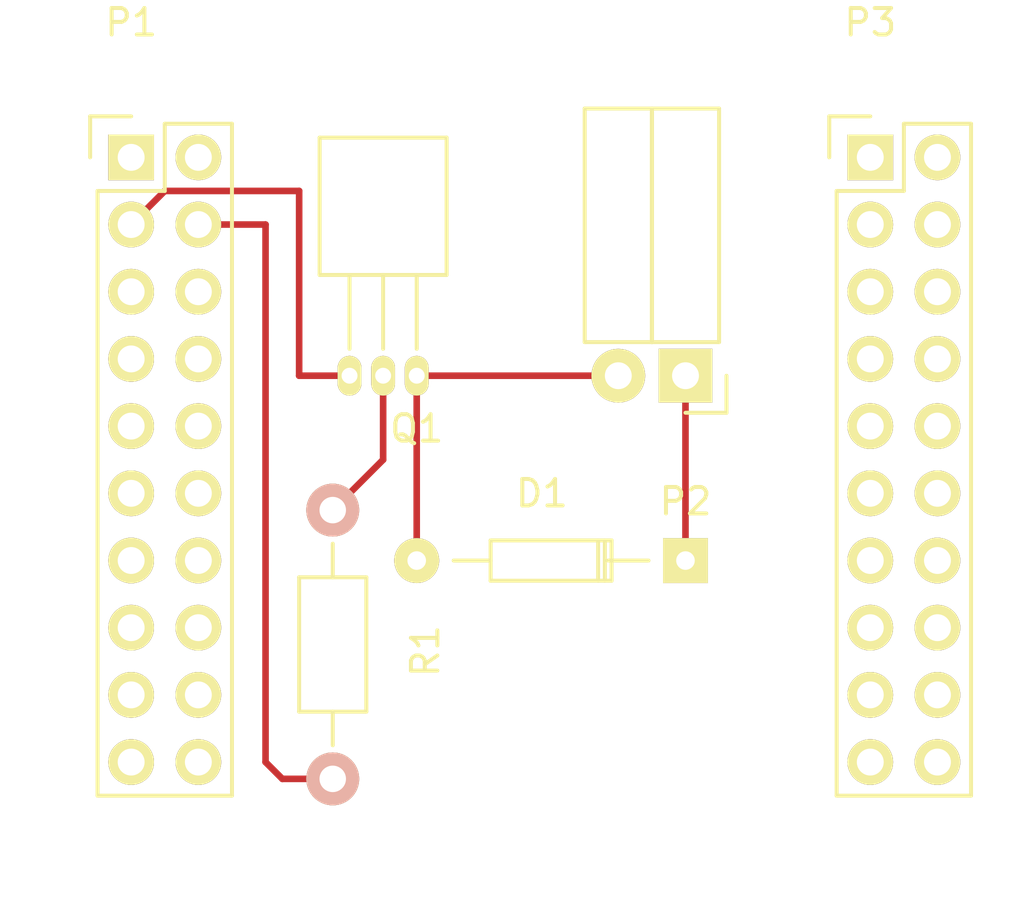
<source format=kicad_pcb>
(kicad_pcb (version 4) (host pcbnew 0.201509071501+6164~29~ubuntu14.04.1-product)

  (general
    (links 6)
    (no_connects 0)
    (area 137.131667 71.245 175.995001 106.145001)
    (thickness 1.6)
    (drawings 4)
    (tracks 15)
    (zones 0)
    (modules 6)
    (nets 44)
  )

  (page A4)
  (layers
    (0 F.Cu signal)
    (31 B.Cu signal)
    (32 B.Adhes user)
    (33 F.Adhes user)
    (34 B.Paste user)
    (35 F.Paste user)
    (36 B.SilkS user)
    (37 F.SilkS user)
    (38 B.Mask user)
    (39 F.Mask user)
    (40 Dwgs.User user)
    (41 Cmts.User user)
    (42 Eco1.User user)
    (43 Eco2.User user)
    (44 Edge.Cuts user)
    (45 Margin user)
    (46 B.CrtYd user)
    (47 F.CrtYd user)
    (48 B.Fab user)
    (49 F.Fab user)
  )

  (setup
    (last_trace_width 0.25)
    (trace_clearance 0.2)
    (zone_clearance 0.508)
    (zone_45_only no)
    (trace_min 0.2)
    (segment_width 0.2)
    (edge_width 0.15)
    (via_size 0.6)
    (via_drill 0.4)
    (via_min_size 0.4)
    (via_min_drill 0.3)
    (uvia_size 0.3)
    (uvia_drill 0.1)
    (uvias_allowed no)
    (uvia_min_size 0.2)
    (uvia_min_drill 0.1)
    (pcb_text_width 0.3)
    (pcb_text_size 1.5 1.5)
    (mod_edge_width 0.15)
    (mod_text_size 1 1)
    (mod_text_width 0.15)
    (pad_size 1.524 1.524)
    (pad_drill 0.762)
    (pad_to_mask_clearance 0.2)
    (aux_axis_origin 0 0)
    (visible_elements 7FFFFFFF)
    (pcbplotparams
      (layerselection 0x00030_80000001)
      (usegerberextensions false)
      (excludeedgelayer true)
      (linewidth 0.100000)
      (plotframeref false)
      (viasonmask false)
      (mode 1)
      (useauxorigin false)
      (hpglpennumber 1)
      (hpglpenspeed 20)
      (hpglpendiameter 15)
      (hpglpenoverlay 2)
      (psnegative false)
      (psa4output false)
      (plotreference true)
      (plotvalue true)
      (plotinvisibletext false)
      (padsonsilk false)
      (subtractmaskfromsilk false)
      (outputformat 1)
      (mirror false)
      (drillshape 1)
      (scaleselection 1)
      (outputdirectory ""))
  )

  (net 0 "")
  (net 1 "Net-(D1-Pad2)")
  (net 2 +5V)
  (net 3 "Net-(P1-Pad1)")
  (net 4 "Net-(P1-Pad2)")
  (net 5 /GND)
  (net 6 /PB5)
  (net 7 "Net-(P1-Pad5)")
  (net 8 "Net-(P1-Pad6)")
  (net 9 "Net-(P1-Pad7)")
  (net 10 "Net-(P1-Pad8)")
  (net 11 "Net-(P1-Pad9)")
  (net 12 "Net-(P1-Pad10)")
  (net 13 "Net-(P1-Pad11)")
  (net 14 "Net-(P1-Pad12)")
  (net 15 "Net-(P1-Pad13)")
  (net 16 "Net-(P1-Pad14)")
  (net 17 "Net-(P1-Pad15)")
  (net 18 "Net-(P1-Pad16)")
  (net 19 "Net-(P1-Pad17)")
  (net 20 "Net-(P1-Pad18)")
  (net 21 "Net-(P1-Pad19)")
  (net 22 "Net-(P1-Pad20)")
  (net 23 "Net-(Q1-Pad2)")
  (net 24 "Net-(P3-Pad1)")
  (net 25 "Net-(P3-Pad2)")
  (net 26 "Net-(P3-Pad3)")
  (net 27 "Net-(P3-Pad4)")
  (net 28 "Net-(P3-Pad5)")
  (net 29 "Net-(P3-Pad6)")
  (net 30 "Net-(P3-Pad7)")
  (net 31 "Net-(P3-Pad8)")
  (net 32 "Net-(P3-Pad9)")
  (net 33 "Net-(P3-Pad10)")
  (net 34 "Net-(P3-Pad11)")
  (net 35 "Net-(P3-Pad12)")
  (net 36 "Net-(P3-Pad13)")
  (net 37 "Net-(P3-Pad14)")
  (net 38 "Net-(P3-Pad15)")
  (net 39 "Net-(P3-Pad16)")
  (net 40 "Net-(P3-Pad17)")
  (net 41 "Net-(P3-Pad18)")
  (net 42 "Net-(P3-Pad19)")
  (net 43 "Net-(P3-Pad20)")

  (net_class Default "This is the default net class."
    (clearance 0.2)
    (trace_width 0.25)
    (via_dia 0.6)
    (via_drill 0.4)
    (uvia_dia 0.3)
    (uvia_drill 0.1)
    (add_net +5V)
    (add_net /GND)
    (add_net /PB5)
    (add_net "Net-(D1-Pad2)")
    (add_net "Net-(P1-Pad1)")
    (add_net "Net-(P1-Pad10)")
    (add_net "Net-(P1-Pad11)")
    (add_net "Net-(P1-Pad12)")
    (add_net "Net-(P1-Pad13)")
    (add_net "Net-(P1-Pad14)")
    (add_net "Net-(P1-Pad15)")
    (add_net "Net-(P1-Pad16)")
    (add_net "Net-(P1-Pad17)")
    (add_net "Net-(P1-Pad18)")
    (add_net "Net-(P1-Pad19)")
    (add_net "Net-(P1-Pad2)")
    (add_net "Net-(P1-Pad20)")
    (add_net "Net-(P1-Pad5)")
    (add_net "Net-(P1-Pad6)")
    (add_net "Net-(P1-Pad7)")
    (add_net "Net-(P1-Pad8)")
    (add_net "Net-(P1-Pad9)")
    (add_net "Net-(P3-Pad1)")
    (add_net "Net-(P3-Pad10)")
    (add_net "Net-(P3-Pad11)")
    (add_net "Net-(P3-Pad12)")
    (add_net "Net-(P3-Pad13)")
    (add_net "Net-(P3-Pad14)")
    (add_net "Net-(P3-Pad15)")
    (add_net "Net-(P3-Pad16)")
    (add_net "Net-(P3-Pad17)")
    (add_net "Net-(P3-Pad18)")
    (add_net "Net-(P3-Pad19)")
    (add_net "Net-(P3-Pad2)")
    (add_net "Net-(P3-Pad20)")
    (add_net "Net-(P3-Pad3)")
    (add_net "Net-(P3-Pad4)")
    (add_net "Net-(P3-Pad5)")
    (add_net "Net-(P3-Pad6)")
    (add_net "Net-(P3-Pad7)")
    (add_net "Net-(P3-Pad8)")
    (add_net "Net-(P3-Pad9)")
    (add_net "Net-(Q1-Pad2)")
  )

  (module Diodes_ThroughHole:Diode_DO-35_SOD27_Horizontal_RM10 (layer F.Cu) (tedit 552FFC30) (tstamp 55F09B4C)
    (at 163.195 92.71 180)
    (descr "Diode, DO-35,  SOD27, Horizontal, RM 10mm")
    (tags "Diode, DO-35, SOD27, Horizontal, RM 10mm, 1N4148,")
    (path /55EE67DC)
    (fp_text reference D1 (at 5.43052 2.53746 180) (layer F.SilkS)
      (effects (font (size 1 1) (thickness 0.15)))
    )
    (fp_text value D (at 4.41452 -3.55854 180) (layer F.Fab)
      (effects (font (size 1 1) (thickness 0.15)))
    )
    (fp_line (start 7.36652 -0.00254) (end 8.76352 -0.00254) (layer F.SilkS) (width 0.15))
    (fp_line (start 2.92152 -0.00254) (end 1.39752 -0.00254) (layer F.SilkS) (width 0.15))
    (fp_line (start 3.30252 -0.76454) (end 3.30252 0.75946) (layer F.SilkS) (width 0.15))
    (fp_line (start 3.04852 -0.76454) (end 3.04852 0.75946) (layer F.SilkS) (width 0.15))
    (fp_line (start 2.79452 -0.00254) (end 2.79452 0.75946) (layer F.SilkS) (width 0.15))
    (fp_line (start 2.79452 0.75946) (end 7.36652 0.75946) (layer F.SilkS) (width 0.15))
    (fp_line (start 7.36652 0.75946) (end 7.36652 -0.76454) (layer F.SilkS) (width 0.15))
    (fp_line (start 7.36652 -0.76454) (end 2.79452 -0.76454) (layer F.SilkS) (width 0.15))
    (fp_line (start 2.79452 -0.76454) (end 2.79452 -0.00254) (layer F.SilkS) (width 0.15))
    (pad 2 thru_hole circle (at 10.16052 -0.00254) (size 1.69926 1.69926) (drill 0.70104) (layers *.Cu *.Mask F.SilkS)
      (net 1 "Net-(D1-Pad2)"))
    (pad 1 thru_hole rect (at 0.00052 -0.00254) (size 1.69926 1.69926) (drill 0.70104) (layers *.Cu *.Mask F.SilkS)
      (net 2 +5V))
    (model Diodes_ThroughHole.3dshapes/Diode_DO-35_SOD27_Horizontal_RM10.wrl
      (at (xyz 0.2 0 0))
      (scale (xyz 0.4 0.4 0.4))
      (rotate (xyz 0 0 180))
    )
  )

  (module Pin_Headers:Pin_Header_Straight_2x10 (layer F.Cu) (tedit 0) (tstamp 55F1DE53)
    (at 142.24 77.47)
    (descr "Through hole pin header")
    (tags "pin header")
    (path /55EE6DF8)
    (fp_text reference P1 (at 0 -5.1) (layer F.SilkS)
      (effects (font (size 1 1) (thickness 0.15)))
    )
    (fp_text value CONN_02X10 (at 0 -3.1) (layer F.Fab)
      (effects (font (size 1 1) (thickness 0.15)))
    )
    (fp_line (start -1.75 -1.75) (end -1.75 24.65) (layer F.CrtYd) (width 0.05))
    (fp_line (start 4.3 -1.75) (end 4.3 24.65) (layer F.CrtYd) (width 0.05))
    (fp_line (start -1.75 -1.75) (end 4.3 -1.75) (layer F.CrtYd) (width 0.05))
    (fp_line (start -1.75 24.65) (end 4.3 24.65) (layer F.CrtYd) (width 0.05))
    (fp_line (start 3.81 24.13) (end 3.81 -1.27) (layer F.SilkS) (width 0.15))
    (fp_line (start -1.27 1.27) (end -1.27 24.13) (layer F.SilkS) (width 0.15))
    (fp_line (start 3.81 24.13) (end -1.27 24.13) (layer F.SilkS) (width 0.15))
    (fp_line (start 3.81 -1.27) (end 1.27 -1.27) (layer F.SilkS) (width 0.15))
    (fp_line (start 0 -1.55) (end -1.55 -1.55) (layer F.SilkS) (width 0.15))
    (fp_line (start 1.27 -1.27) (end 1.27 1.27) (layer F.SilkS) (width 0.15))
    (fp_line (start 1.27 1.27) (end -1.27 1.27) (layer F.SilkS) (width 0.15))
    (fp_line (start -1.55 -1.55) (end -1.55 0) (layer F.SilkS) (width 0.15))
    (pad 1 thru_hole rect (at 0 0) (size 1.7272 1.7272) (drill 1.016) (layers *.Cu *.Mask F.SilkS)
      (net 3 "Net-(P1-Pad1)"))
    (pad 2 thru_hole oval (at 2.54 0) (size 1.7272 1.7272) (drill 1.016) (layers *.Cu *.Mask F.SilkS)
      (net 4 "Net-(P1-Pad2)"))
    (pad 3 thru_hole oval (at 0 2.54) (size 1.7272 1.7272) (drill 1.016) (layers *.Cu *.Mask F.SilkS)
      (net 5 /GND))
    (pad 4 thru_hole oval (at 2.54 2.54) (size 1.7272 1.7272) (drill 1.016) (layers *.Cu *.Mask F.SilkS)
      (net 6 /PB5))
    (pad 5 thru_hole oval (at 0 5.08) (size 1.7272 1.7272) (drill 1.016) (layers *.Cu *.Mask F.SilkS)
      (net 7 "Net-(P1-Pad5)"))
    (pad 6 thru_hole oval (at 2.54 5.08) (size 1.7272 1.7272) (drill 1.016) (layers *.Cu *.Mask F.SilkS)
      (net 8 "Net-(P1-Pad6)"))
    (pad 7 thru_hole oval (at 0 7.62) (size 1.7272 1.7272) (drill 1.016) (layers *.Cu *.Mask F.SilkS)
      (net 9 "Net-(P1-Pad7)"))
    (pad 8 thru_hole oval (at 2.54 7.62) (size 1.7272 1.7272) (drill 1.016) (layers *.Cu *.Mask F.SilkS)
      (net 10 "Net-(P1-Pad8)"))
    (pad 9 thru_hole oval (at 0 10.16) (size 1.7272 1.7272) (drill 1.016) (layers *.Cu *.Mask F.SilkS)
      (net 11 "Net-(P1-Pad9)"))
    (pad 10 thru_hole oval (at 2.54 10.16) (size 1.7272 1.7272) (drill 1.016) (layers *.Cu *.Mask F.SilkS)
      (net 12 "Net-(P1-Pad10)"))
    (pad 11 thru_hole oval (at 0 12.7) (size 1.7272 1.7272) (drill 1.016) (layers *.Cu *.Mask F.SilkS)
      (net 13 "Net-(P1-Pad11)"))
    (pad 12 thru_hole oval (at 2.54 12.7) (size 1.7272 1.7272) (drill 1.016) (layers *.Cu *.Mask F.SilkS)
      (net 14 "Net-(P1-Pad12)"))
    (pad 13 thru_hole oval (at 0 15.24) (size 1.7272 1.7272) (drill 1.016) (layers *.Cu *.Mask F.SilkS)
      (net 15 "Net-(P1-Pad13)"))
    (pad 14 thru_hole oval (at 2.54 15.24) (size 1.7272 1.7272) (drill 1.016) (layers *.Cu *.Mask F.SilkS)
      (net 16 "Net-(P1-Pad14)"))
    (pad 15 thru_hole oval (at 0 17.78) (size 1.7272 1.7272) (drill 1.016) (layers *.Cu *.Mask F.SilkS)
      (net 17 "Net-(P1-Pad15)"))
    (pad 16 thru_hole oval (at 2.54 17.78) (size 1.7272 1.7272) (drill 1.016) (layers *.Cu *.Mask F.SilkS)
      (net 18 "Net-(P1-Pad16)"))
    (pad 17 thru_hole oval (at 0 20.32) (size 1.7272 1.7272) (drill 1.016) (layers *.Cu *.Mask F.SilkS)
      (net 19 "Net-(P1-Pad17)"))
    (pad 18 thru_hole oval (at 2.54 20.32) (size 1.7272 1.7272) (drill 1.016) (layers *.Cu *.Mask F.SilkS)
      (net 20 "Net-(P1-Pad18)"))
    (pad 19 thru_hole oval (at 0 22.86) (size 1.7272 1.7272) (drill 1.016) (layers *.Cu *.Mask F.SilkS)
      (net 21 "Net-(P1-Pad19)"))
    (pad 20 thru_hole oval (at 2.54 22.86) (size 1.7272 1.7272) (drill 1.016) (layers *.Cu *.Mask F.SilkS)
      (net 22 "Net-(P1-Pad20)"))
    (model Pin_Headers.3dshapes/Pin_Header_Straight_2x10.wrl
      (at (xyz 0.05 -0.45 0))
      (scale (xyz 1 1 1))
      (rotate (xyz 0 0 90))
    )
  )

  (module Socket_Strips:Socket_Strip_Angled_1x02 (layer F.Cu) (tedit 0) (tstamp 55F1DE67)
    (at 163.195 85.725 180)
    (descr "Through hole socket strip")
    (tags "socket strip")
    (path /55EE6FF1)
    (fp_text reference P2 (at 0 -4.75 180) (layer F.SilkS)
      (effects (font (size 1 1) (thickness 0.15)))
    )
    (fp_text value CONN_01X02 (at 0 -2.75 180) (layer F.Fab)
      (effects (font (size 1 1) (thickness 0.15)))
    )
    (fp_line (start -1.75 -1.5) (end -1.75 10.6) (layer F.CrtYd) (width 0.05))
    (fp_line (start 4.3 -1.5) (end 4.3 10.6) (layer F.CrtYd) (width 0.05))
    (fp_line (start -1.75 -1.5) (end 4.3 -1.5) (layer F.CrtYd) (width 0.05))
    (fp_line (start -1.75 10.6) (end 4.3 10.6) (layer F.CrtYd) (width 0.05))
    (fp_line (start 3.81 10.1) (end 3.81 1.27) (layer F.SilkS) (width 0.15))
    (fp_line (start 1.27 10.1) (end 3.81 10.1) (layer F.SilkS) (width 0.15))
    (fp_line (start 1.27 1.27) (end 1.27 10.1) (layer F.SilkS) (width 0.15))
    (fp_line (start 1.27 1.27) (end 3.81 1.27) (layer F.SilkS) (width 0.15))
    (fp_line (start -1.27 1.27) (end 1.27 1.27) (layer F.SilkS) (width 0.15))
    (fp_line (start 0 -1.4) (end -1.55 -1.4) (layer F.SilkS) (width 0.15))
    (fp_line (start -1.55 -1.4) (end -1.55 0) (layer F.SilkS) (width 0.15))
    (fp_line (start -1.27 1.27) (end -1.27 10.1) (layer F.SilkS) (width 0.15))
    (fp_line (start -1.27 10.1) (end 1.27 10.1) (layer F.SilkS) (width 0.15))
    (fp_line (start 1.27 10.1) (end 1.27 1.27) (layer F.SilkS) (width 0.15))
    (pad 1 thru_hole rect (at 0 0 180) (size 2.032 2.032) (drill 1.016) (layers *.Cu *.Mask F.SilkS)
      (net 2 +5V))
    (pad 2 thru_hole oval (at 2.54 0 180) (size 2.032 2.032) (drill 1.016) (layers *.Cu *.Mask F.SilkS)
      (net 1 "Net-(D1-Pad2)"))
    (model Socket_Strips.3dshapes/Socket_Strip_Angled_1x02.wrl
      (at (xyz 0.05 0 0))
      (scale (xyz 1 1 1))
      (rotate (xyz 0 0 180))
    )
  )

  (module TO_SOT_Packages_THT:TO-92_Horizontal1_Inline_Narrow_Oval (layer F.Cu) (tedit 54F2408C) (tstamp 55F1DE79)
    (at 153.035 85.725 180)
    (descr "TO-92 horizontal, leads in-line, narrow, oval pads, drill 0.6mm (see NXP sot054_po.pdf)")
    (tags "to-92 sc-43 sc-43a sot54 PA33 transistor")
    (path /55F0A59A)
    (fp_text reference Q1 (at 0 -2 360) (layer F.SilkS)
      (effects (font (size 1 1) (thickness 0.15)))
    )
    (fp_text value BC414C (at 0 11 360) (layer F.Fab)
      (effects (font (size 1 1) (thickness 0.15)))
    )
    (fp_line (start 0 1.016) (end 0 3.81) (layer F.SilkS) (width 0.15))
    (fp_line (start 1.27 1.016) (end 1.27 3.81) (layer F.SilkS) (width 0.15))
    (fp_line (start 2.54 1.016) (end 2.54 3.81) (layer F.SilkS) (width 0.15))
    (fp_line (start -1.13 3.81) (end 3.67 3.81) (layer F.SilkS) (width 0.15))
    (fp_line (start 3.67 3.81) (end 3.67 9) (layer F.SilkS) (width 0.15))
    (fp_line (start 3.67 9) (end -1.13 9) (layer F.SilkS) (width 0.15))
    (fp_line (start -1.13 9) (end -1.13 3.81) (layer F.SilkS) (width 0.15))
    (fp_line (start -1.4 9.25) (end -1.4 -1) (layer F.CrtYd) (width 0.05))
    (fp_line (start -1.4 9.25) (end 3.95 9.25) (layer F.CrtYd) (width 0.05))
    (fp_line (start 3.95 9.25) (end 3.95 -1) (layer F.CrtYd) (width 0.05))
    (fp_line (start -1.4 -1) (end 3.95 -1) (layer F.CrtYd) (width 0.05))
    (pad 2 thru_hole oval (at 1.27 0) (size 0.89916 1.50114) (drill 0.6) (layers *.Cu *.Mask F.SilkS)
      (net 23 "Net-(Q1-Pad2)"))
    (pad 3 thru_hole oval (at 2.54 0) (size 0.89916 1.50114) (drill 0.6) (layers *.Cu *.Mask F.SilkS)
      (net 5 /GND))
    (pad 1 thru_hole oval (at 0 0) (size 0.89916 1.50114) (drill 0.6) (layers *.Cu *.Mask F.SilkS)
      (net 1 "Net-(D1-Pad2)"))
    (model TO_SOT_Packages_THT.3dshapes/TO-92_Horizontal1_Inline_Narrow_Oval.wrl
      (at (xyz 0.05 0 0))
      (scale (xyz 1 1 1))
      (rotate (xyz 0 0 -90))
    )
  )

  (module Resistors_ThroughHole:Resistor_Horizontal_RM10mm (layer F.Cu) (tedit 53F56209) (tstamp 55F1DE85)
    (at 149.86 95.885 270)
    (descr "Resistor, Axial,  RM 10mm, 1/3W,")
    (tags "Resistor, Axial, RM 10mm, 1/3W,")
    (path /55EE6946)
    (fp_text reference R1 (at 0.24892 -3.50012 270) (layer F.SilkS)
      (effects (font (size 1 1) (thickness 0.15)))
    )
    (fp_text value R (at 3.81 3.81 270) (layer F.Fab)
      (effects (font (size 1 1) (thickness 0.15)))
    )
    (fp_line (start -2.54 -1.27) (end 2.54 -1.27) (layer F.SilkS) (width 0.15))
    (fp_line (start 2.54 -1.27) (end 2.54 1.27) (layer F.SilkS) (width 0.15))
    (fp_line (start 2.54 1.27) (end -2.54 1.27) (layer F.SilkS) (width 0.15))
    (fp_line (start -2.54 1.27) (end -2.54 -1.27) (layer F.SilkS) (width 0.15))
    (fp_line (start -2.54 0) (end -3.81 0) (layer F.SilkS) (width 0.15))
    (fp_line (start 2.54 0) (end 3.81 0) (layer F.SilkS) (width 0.15))
    (pad 1 thru_hole circle (at -5.08 0 270) (size 1.99898 1.99898) (drill 1.00076) (layers *.Cu *.SilkS *.Mask)
      (net 23 "Net-(Q1-Pad2)"))
    (pad 2 thru_hole circle (at 5.08 0 270) (size 1.99898 1.99898) (drill 1.00076) (layers *.Cu *.SilkS *.Mask)
      (net 6 /PB5))
    (model Resistors_ThroughHole.3dshapes/Resistor_Horizontal_RM10mm.wrl
      (at (xyz 0 0 0))
      (scale (xyz 0.4 0.4 0.4))
      (rotate (xyz 0 0 0))
    )
  )

  (module Pin_Headers:Pin_Header_Straight_2x10 (layer F.Cu) (tedit 0) (tstamp 55F1E508)
    (at 170.18 77.47)
    (descr "Through hole pin header")
    (tags "pin header")
    (path /55F1E46D)
    (fp_text reference P3 (at 0 -5.1) (layer F.SilkS)
      (effects (font (size 1 1) (thickness 0.15)))
    )
    (fp_text value CONN_02X10 (at 0 -3.1) (layer F.Fab)
      (effects (font (size 1 1) (thickness 0.15)))
    )
    (fp_line (start -1.75 -1.75) (end -1.75 24.65) (layer F.CrtYd) (width 0.05))
    (fp_line (start 4.3 -1.75) (end 4.3 24.65) (layer F.CrtYd) (width 0.05))
    (fp_line (start -1.75 -1.75) (end 4.3 -1.75) (layer F.CrtYd) (width 0.05))
    (fp_line (start -1.75 24.65) (end 4.3 24.65) (layer F.CrtYd) (width 0.05))
    (fp_line (start 3.81 24.13) (end 3.81 -1.27) (layer F.SilkS) (width 0.15))
    (fp_line (start -1.27 1.27) (end -1.27 24.13) (layer F.SilkS) (width 0.15))
    (fp_line (start 3.81 24.13) (end -1.27 24.13) (layer F.SilkS) (width 0.15))
    (fp_line (start 3.81 -1.27) (end 1.27 -1.27) (layer F.SilkS) (width 0.15))
    (fp_line (start 0 -1.55) (end -1.55 -1.55) (layer F.SilkS) (width 0.15))
    (fp_line (start 1.27 -1.27) (end 1.27 1.27) (layer F.SilkS) (width 0.15))
    (fp_line (start 1.27 1.27) (end -1.27 1.27) (layer F.SilkS) (width 0.15))
    (fp_line (start -1.55 -1.55) (end -1.55 0) (layer F.SilkS) (width 0.15))
    (pad 1 thru_hole rect (at 0 0) (size 1.7272 1.7272) (drill 1.016) (layers *.Cu *.Mask F.SilkS)
      (net 24 "Net-(P3-Pad1)"))
    (pad 2 thru_hole oval (at 2.54 0) (size 1.7272 1.7272) (drill 1.016) (layers *.Cu *.Mask F.SilkS)
      (net 25 "Net-(P3-Pad2)"))
    (pad 3 thru_hole oval (at 0 2.54) (size 1.7272 1.7272) (drill 1.016) (layers *.Cu *.Mask F.SilkS)
      (net 26 "Net-(P3-Pad3)"))
    (pad 4 thru_hole oval (at 2.54 2.54) (size 1.7272 1.7272) (drill 1.016) (layers *.Cu *.Mask F.SilkS)
      (net 27 "Net-(P3-Pad4)"))
    (pad 5 thru_hole oval (at 0 5.08) (size 1.7272 1.7272) (drill 1.016) (layers *.Cu *.Mask F.SilkS)
      (net 28 "Net-(P3-Pad5)"))
    (pad 6 thru_hole oval (at 2.54 5.08) (size 1.7272 1.7272) (drill 1.016) (layers *.Cu *.Mask F.SilkS)
      (net 29 "Net-(P3-Pad6)"))
    (pad 7 thru_hole oval (at 0 7.62) (size 1.7272 1.7272) (drill 1.016) (layers *.Cu *.Mask F.SilkS)
      (net 30 "Net-(P3-Pad7)"))
    (pad 8 thru_hole oval (at 2.54 7.62) (size 1.7272 1.7272) (drill 1.016) (layers *.Cu *.Mask F.SilkS)
      (net 31 "Net-(P3-Pad8)"))
    (pad 9 thru_hole oval (at 0 10.16) (size 1.7272 1.7272) (drill 1.016) (layers *.Cu *.Mask F.SilkS)
      (net 32 "Net-(P3-Pad9)"))
    (pad 10 thru_hole oval (at 2.54 10.16) (size 1.7272 1.7272) (drill 1.016) (layers *.Cu *.Mask F.SilkS)
      (net 33 "Net-(P3-Pad10)"))
    (pad 11 thru_hole oval (at 0 12.7) (size 1.7272 1.7272) (drill 1.016) (layers *.Cu *.Mask F.SilkS)
      (net 34 "Net-(P3-Pad11)"))
    (pad 12 thru_hole oval (at 2.54 12.7) (size 1.7272 1.7272) (drill 1.016) (layers *.Cu *.Mask F.SilkS)
      (net 35 "Net-(P3-Pad12)"))
    (pad 13 thru_hole oval (at 0 15.24) (size 1.7272 1.7272) (drill 1.016) (layers *.Cu *.Mask F.SilkS)
      (net 36 "Net-(P3-Pad13)"))
    (pad 14 thru_hole oval (at 2.54 15.24) (size 1.7272 1.7272) (drill 1.016) (layers *.Cu *.Mask F.SilkS)
      (net 37 "Net-(P3-Pad14)"))
    (pad 15 thru_hole oval (at 0 17.78) (size 1.7272 1.7272) (drill 1.016) (layers *.Cu *.Mask F.SilkS)
      (net 38 "Net-(P3-Pad15)"))
    (pad 16 thru_hole oval (at 2.54 17.78) (size 1.7272 1.7272) (drill 1.016) (layers *.Cu *.Mask F.SilkS)
      (net 39 "Net-(P3-Pad16)"))
    (pad 17 thru_hole oval (at 0 20.32) (size 1.7272 1.7272) (drill 1.016) (layers *.Cu *.Mask F.SilkS)
      (net 40 "Net-(P3-Pad17)"))
    (pad 18 thru_hole oval (at 2.54 20.32) (size 1.7272 1.7272) (drill 1.016) (layers *.Cu *.Mask F.SilkS)
      (net 41 "Net-(P3-Pad18)"))
    (pad 19 thru_hole oval (at 0 22.86) (size 1.7272 1.7272) (drill 1.016) (layers *.Cu *.Mask F.SilkS)
      (net 42 "Net-(P3-Pad19)"))
    (pad 20 thru_hole oval (at 2.54 22.86) (size 1.7272 1.7272) (drill 1.016) (layers *.Cu *.Mask F.SilkS)
      (net 43 "Net-(P3-Pad20)"))
    (model Pin_Headers.3dshapes/Pin_Header_Straight_2x10.wrl
      (at (xyz 0.05 -0.45 0))
      (scale (xyz 1 1 1))
      (rotate (xyz 0 0 90))
    )
  )

  (gr_line (start 139.065 74.295) (end 175.895 74.295) (angle 90) (layer F.Adhes) (width 0.2))
  (gr_line (start 139.065 106.045) (end 139.065 74.295) (angle 90) (layer F.Adhes) (width 0.2))
  (gr_line (start 175.895 106.045) (end 139.065 106.045) (angle 90) (layer F.Adhes) (width 0.2))
  (gr_line (start 175.895 74.295) (end 175.895 106.045) (angle 90) (layer F.Adhes) (width 0.2))

  (segment (start 153.035 85.725) (end 160.655 85.725) (width 0.25) (layer F.Cu) (net 1) (status C00000))
  (segment (start 153.03448 92.71254) (end 153.03448 85.72552) (width 0.25) (layer F.Cu) (net 1) (status C00000))
  (segment (start 153.03448 85.72552) (end 153.035 85.725) (width 0.25) (layer F.Cu) (net 1) (tstamp 55F1E6D2) (status C00000))
  (segment (start 163.19448 92.71254) (end 163.19448 85.72552) (width 0.25) (layer F.Cu) (net 2) (status C00000))
  (segment (start 163.19448 85.72552) (end 163.195 85.725) (width 0.25) (layer F.Cu) (net 2) (tstamp 55F1E6CE) (status C00000))
  (segment (start 150.495 85.725) (end 148.59 85.725) (width 0.25) (layer F.Cu) (net 5) (status 400000))
  (segment (start 143.51 78.74) (end 142.24 80.01) (width 0.25) (layer F.Cu) (net 5) (tstamp 55F1E715) (status 800000))
  (segment (start 148.59 78.74) (end 143.51 78.74) (width 0.25) (layer F.Cu) (net 5) (tstamp 55F1E711))
  (segment (start 148.59 85.725) (end 148.59 78.74) (width 0.25) (layer F.Cu) (net 5) (tstamp 55F1E70F))
  (segment (start 149.86 100.965) (end 147.955 100.965) (width 0.25) (layer F.Cu) (net 6) (status 400000))
  (segment (start 147.32 80.01) (end 144.78 80.01) (width 0.25) (layer F.Cu) (net 6) (tstamp 55F1E6E7) (status 800000))
  (segment (start 147.32 100.33) (end 147.32 80.01) (width 0.25) (layer F.Cu) (net 6) (tstamp 55F1E6E6))
  (segment (start 147.955 100.965) (end 147.32 100.33) (width 0.25) (layer F.Cu) (net 6) (tstamp 55F1E6E5))
  (segment (start 151.765 85.725) (end 151.765 88.9) (width 0.25) (layer F.Cu) (net 23) (status 400000))
  (segment (start 151.765 88.9) (end 149.86 90.805) (width 0.25) (layer F.Cu) (net 23) (tstamp 55F1E6D7) (status 800000))

  (zone (net 0) (net_name "") (layer B.Cu) (tstamp 55F1E2BC) (hatch edge 0.508)
    (connect_pads (clearance 0.508))
    (min_thickness 0.254)
    (keepout (tracks not_allowed) (vias not_allowed) (copperpour allowed))
    (fill (arc_segments 16) (thermal_gap 0.508) (thermal_bridge_width 0.508))
    (polygon
      (pts
        (xy 139.7 74.93) (xy 139.7 105.41) (xy 175.26 105.41) (xy 175.26 74.93)
      )
    )
  )
)

</source>
